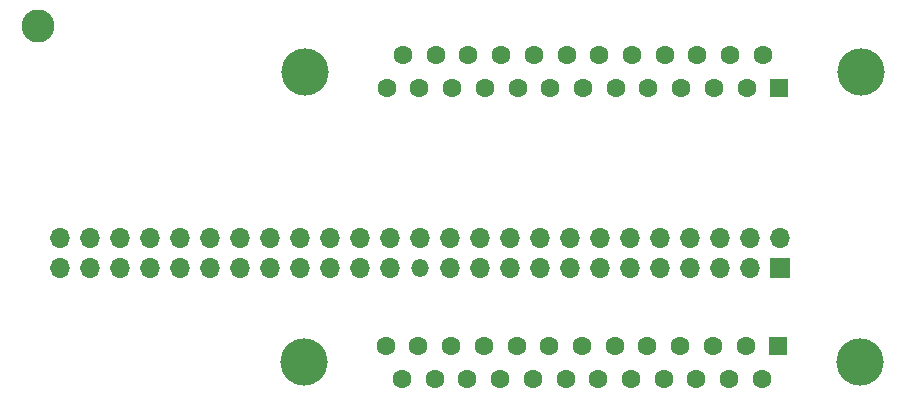
<source format=gbs>
G04 #@! TF.GenerationSoftware,KiCad,Pcbnew,(7.0.0-0)*
G04 #@! TF.CreationDate,2024-01-14T16:53:11+09:00*
G04 #@! TF.ProjectId,SCSIRIDER2_db25:f_gh,53435349-5249-4444-9552-325f64623235,rev?*
G04 #@! TF.SameCoordinates,Original*
G04 #@! TF.FileFunction,Soldermask,Bot*
G04 #@! TF.FilePolarity,Negative*
%FSLAX46Y46*%
G04 Gerber Fmt 4.6, Leading zero omitted, Abs format (unit mm)*
G04 Created by KiCad (PCBNEW (7.0.0-0)) date 2024-01-14 16:53:11*
%MOMM*%
%LPD*%
G01*
G04 APERTURE LIST*
%ADD10C,4.000000*%
%ADD11R,1.600000X1.600000*%
%ADD12C,1.600000*%
%ADD13C,2.800000*%
%ADD14R,1.700000X1.700000*%
%ADD15O,1.700000X1.700000*%
%ADD16O,1.500000X1.500000*%
G04 APERTURE END LIST*
D10*
X129865000Y-134200000D03*
X176965000Y-134200000D03*
D11*
X170034999Y-132779999D03*
D12*
X167265000Y-132780000D03*
X164495000Y-132780000D03*
X161725000Y-132780000D03*
X158955000Y-132780000D03*
X156185000Y-132780000D03*
X153415000Y-132780000D03*
X150645000Y-132780000D03*
X147875000Y-132780000D03*
X145105000Y-132780000D03*
X142335000Y-132780000D03*
X139565000Y-132780000D03*
X136795000Y-132780000D03*
X168650000Y-135620000D03*
X165880000Y-135620000D03*
X163110000Y-135620000D03*
X160340000Y-135620000D03*
X157570000Y-135620000D03*
X154800000Y-135620000D03*
X152030000Y-135620000D03*
X149260000Y-135620000D03*
X146490000Y-135620000D03*
X143720000Y-135620000D03*
X140950000Y-135620000D03*
X138180000Y-135620000D03*
D10*
X177050000Y-109580000D03*
X129950000Y-109580000D03*
D11*
X170119999Y-110999999D03*
D12*
X167350000Y-111000000D03*
X164580000Y-111000000D03*
X161810000Y-111000000D03*
X159040000Y-111000000D03*
X156270000Y-111000000D03*
X153500000Y-111000000D03*
X150730000Y-111000000D03*
X147960000Y-111000000D03*
X145190000Y-111000000D03*
X142420000Y-111000000D03*
X139650000Y-111000000D03*
X136880000Y-111000000D03*
X168735000Y-108160000D03*
X165965000Y-108160000D03*
X163195000Y-108160000D03*
X160425000Y-108160000D03*
X157655000Y-108160000D03*
X154885000Y-108160000D03*
X152115000Y-108160000D03*
X149345000Y-108160000D03*
X146575000Y-108160000D03*
X143805000Y-108160000D03*
X141035000Y-108160000D03*
X138265000Y-108160000D03*
D13*
X107370003Y-105730003D03*
D14*
X170170002Y-126190002D03*
D15*
X170170002Y-123650002D03*
X167630002Y-126190002D03*
X167630002Y-123650002D03*
X165090002Y-126190002D03*
X165090002Y-123650002D03*
X162550002Y-126190002D03*
X162550002Y-123650002D03*
X160010002Y-126190002D03*
X160010002Y-123650002D03*
X157470002Y-126190002D03*
X157470002Y-123650002D03*
X154930002Y-126190002D03*
X154930002Y-123650002D03*
X152390002Y-126190002D03*
X152390002Y-123650002D03*
X149850002Y-126190002D03*
X149850002Y-123650002D03*
X147310002Y-126190002D03*
X147310002Y-123650002D03*
X144770002Y-126190002D03*
X144770002Y-123650002D03*
X142230002Y-126190002D03*
X142230002Y-123650002D03*
D16*
X139690002Y-126190002D03*
D15*
X139690002Y-123650002D03*
X137150002Y-126190002D03*
X137150002Y-123650002D03*
X134610002Y-126190002D03*
X134610002Y-123650002D03*
X132070002Y-126190002D03*
X132070002Y-123650002D03*
X129530002Y-126190002D03*
X129530002Y-123650002D03*
X126990002Y-126190002D03*
X126990002Y-123650002D03*
X124450002Y-126190002D03*
X124450002Y-123650002D03*
X121910002Y-126190002D03*
X121910002Y-123650002D03*
X119370002Y-126190002D03*
X119370002Y-123650002D03*
X116830002Y-126190002D03*
X116830002Y-123650002D03*
X114290002Y-126190002D03*
X114290002Y-123650002D03*
X111750002Y-126190002D03*
X111750002Y-123650002D03*
X109210002Y-126190002D03*
X109210002Y-123650002D03*
M02*

</source>
